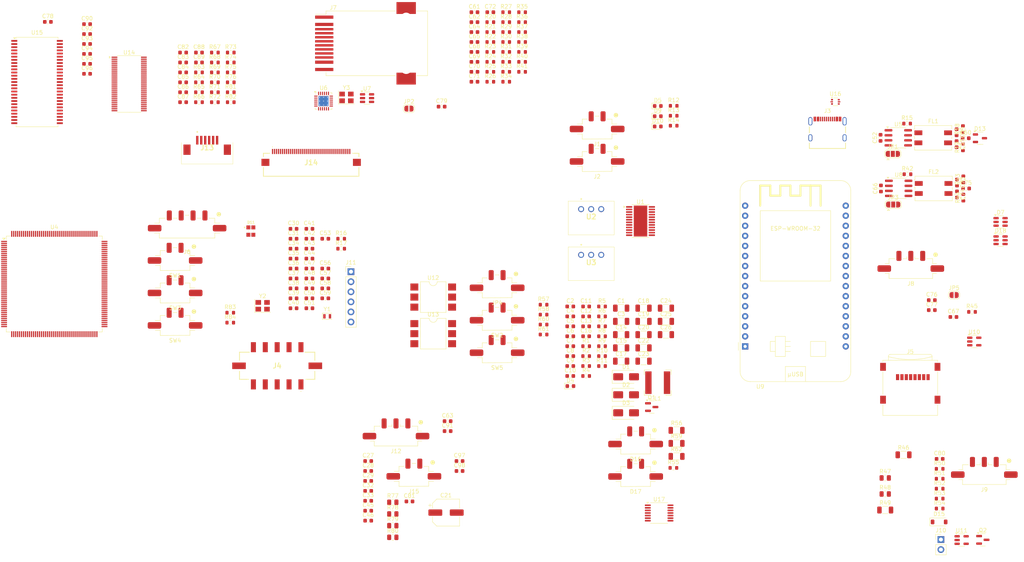
<source format=kicad_pcb>
(kicad_pcb
	(version 20240108)
	(generator "pcbnew")
	(generator_version "8.0")
	(general
		(thickness 1.6)
		(legacy_teardrops no)
	)
	(paper "A4")
	(layers
		(0 "F.Cu" signal)
		(31 "B.Cu" signal)
		(32 "B.Adhes" user "B.Adhesive")
		(33 "F.Adhes" user "F.Adhesive")
		(34 "B.Paste" user)
		(35 "F.Paste" user)
		(36 "B.SilkS" user "B.Silkscreen")
		(37 "F.SilkS" user "F.Silkscreen")
		(38 "B.Mask" user)
		(39 "F.Mask" user)
		(40 "Dwgs.User" user "User.Drawings")
		(41 "Cmts.User" user "User.Comments")
		(42 "Eco1.User" user "User.Eco1")
		(43 "Eco2.User" user "User.Eco2")
		(44 "Edge.Cuts" user)
		(45 "Margin" user)
		(46 "B.CrtYd" user "B.Courtyard")
		(47 "F.CrtYd" user "F.Courtyard")
		(48 "B.Fab" user)
		(49 "F.Fab" user)
		(50 "User.1" user)
		(51 "User.2" user)
		(52 "User.3" user)
		(53 "User.4" user)
		(54 "User.5" user)
		(55 "User.6" user)
		(56 "User.7" user)
		(57 "User.8" user)
		(58 "User.9" user)
	)
	(setup
		(pad_to_mask_clearance 0)
		(allow_soldermask_bridges_in_footprints no)
		(pcbplotparams
			(layerselection 0x00010fc_ffffffff)
			(plot_on_all_layers_selection 0x0000000_00000000)
			(disableapertmacros no)
			(usegerberextensions no)
			(usegerberattributes yes)
			(usegerberadvancedattributes yes)
			(creategerberjobfile yes)
			(dashed_line_dash_ratio 12.000000)
			(dashed_line_gap_ratio 3.000000)
			(svgprecision 4)
			(plotframeref no)
			(viasonmask no)
			(mode 1)
			(useauxorigin no)
			(hpglpennumber 1)
			(hpglpenspeed 20)
			(hpglpendiameter 15.000000)
			(pdf_front_fp_property_popups yes)
			(pdf_back_fp_property_popups yes)
			(dxfpolygonmode yes)
			(dxfimperialunits yes)
			(dxfusepcbnewfont yes)
			(psnegative no)
			(psa4output no)
			(plotreference yes)
			(plotvalue yes)
			(plotfptext yes)
			(plotinvisibletext no)
			(sketchpadsonfab no)
			(subtractmaskfromsilk no)
			(outputformat 1)
			(mirror no)
			(drillshape 1)
			(scaleselection 1)
			(outputdirectory "")
		)
	)
	(net 0 "")
	(net 1 "+3V3_FER")
	(net 2 "Earth")
	(net 3 "/Ethernet/LED_G")
	(net 4 "/Ethernet/LED_Y")
	(net 5 "GND")
	(net 6 "+3V3")
	(net 7 "+5V")
	(net 8 "/Power/3V3_Display")
	(net 9 "Net-(C5-Pad2)")
	(net 10 "Net-(U1-COMP)")
	(net 11 "Net-(U1-C1+)")
	(net 12 "Net-(U1-C1-)")
	(net 13 "Net-(U1-C2+)")
	(net 14 "Net-(U1-C2-)")
	(net 15 "/Power/3V8")
	(net 16 "Net-(D2-A)")
	(net 17 "Net-(U1-DRV)")
	(net 18 "/Power/18V")
	(net 19 "/Power/9V6")
	(net 20 "Net-(U1-FB1)")
	(net 21 "Net-(U1-REF)")
	(net 22 "/Power/-6V")
	(net 23 "Net-(U1-VCOMIN)")
	(net 24 "+24V")
	(net 25 "Net-(U3-VI)")
	(net 26 "Net-(U2-VI)")
	(net 27 "/Peripherals/V_{ref}")
	(net 28 "Net-(D1-A)")
	(net 29 "Net-(D4-A)")
	(net 30 "Net-(D15-K)")
	(net 31 "/IEC_Charging_Circuit/CP")
	(net 32 "Net-(J7-Pad2)")
	(net 33 "Net-(J7-RD-)")
	(net 34 "Net-(J7-TD-)")
	(net 35 "unconnected-(J7-NC-Pad9)")
	(net 36 "Net-(J7-RD+)")
	(net 37 "Net-(J7-TD+)")
	(net 38 "Net-(J7-Pad11)")
	(net 39 "Net-(J8-Pin_2)")
	(net 40 "/IEC_Charging_Circuit/PP")
	(net 41 "Net-(J10-Pin_1)")
	(net 42 "Net-(JP1-C)")
	(net 43 "/Core/EV_Start_Charging")
	(net 44 "Net-(JP3-C)")
	(net 45 "/Display/LCD_VGL")
	(net 46 "Net-(Q1-B)")
	(net 47 "Net-(Q2-G)")
	(net 48 "Net-(U1-FB3)")
	(net 49 "Net-(U1-FB2)")
	(net 50 "Net-(R6-Pad2)")
	(net 51 "Net-(U10-A)")
	(net 52 "/IEC_Charging_Circuit/PWM_SENSE")
	(net 53 "/Core/Charging_Point_PWM")
	(net 54 "Net-(U11--)")
	(net 55 "/Core/~{IMD_Error_LED}")
	(net 56 "Net-(R54-Pad1)")
	(net 57 "/SDRAM/D9")
	(net 58 "unconnected-(U4B-PH9-Pad86)")
	(net 59 "/SDRAM/A11")
	(net 60 "unconnected-(U4B-PD13-Pad101)")
	(net 61 "/Core/~{AMS_Error_LED}")
	(net 62 "/SDRAM/D0")
	(net 63 "unconnected-(U4B-PC13-Pad8)")
	(net 64 "unconnected-(U4B-PD4-Pad146)")
	(net 65 "/Core/PCAP_RST")
	(net 66 "/Display/B5")
	(net 67 "unconnected-(U4B-PI8-Pad7)")
	(net 68 "/SDRAM/D14")
	(net 69 "/SDRAM/D2")
	(net 70 "/SDRAM/D4")
	(net 71 "unconnected-(U4B-PH6-Pad83)")
	(net 72 "/Core/OSC_in")
	(net 73 "unconnected-(U4B-PG13-Pad156)")
	(net 74 "/Core/SWCLK")
	(net 75 "unconnected-(U4B-PG10-Pad153)")
	(net 76 "/Display/R2")
	(net 77 "/SDRAM/A3")
	(net 78 "/SDRAM/D13")
	(net 79 "unconnected-(U4B-PH15-Pad130)")
	(net 80 "/Core/LCD_Reset")
	(net 81 "/Display/R0")
	(net 82 "/SDRAM/A2")
	(net 83 "/Display/R7")
	(net 84 "/Display/B4")
	(net 85 "/Core/AMS_Reset_in")
	(net 86 "/Core/AMS_Reset_out")
	(net 87 "/Core/SDC_out")
	(net 88 "/SDRAM/A0")
	(net 89 "unconnected-(U4B-PF8-Pad26)")
	(net 90 "/SDRAM/SDNE0")
	(net 91 "/Core/SWDIO")
	(net 92 "/SDRAM/A10")
	(net 93 "unconnected-(U4B-PC10-Pad139)")
	(net 94 "/Display/G0")
	(net 95 "unconnected-(U4B-PI7-Pad176)")
	(net 96 "/SDRAM/BA0")
	(net 97 "/Ethernet/RMII_TX_EN")
	(net 98 "/Core/NRST")
	(net 99 "/SDRAM/D12")
	(net 100 "unconnected-(U4B-PH12-Pad89)")
	(net 101 "/SDRAM/NBL0")
	(net 102 "/Display/B0")
	(net 103 "unconnected-(U4B-PD3-Pad145)")
	(net 104 "/Display/G2")
	(net 105 "unconnected-(U4B-PG14-Pad157)")
	(net 106 "/Display/R1")
	(net 107 "unconnected-(U4B-PH10-Pad87)")
	(net 108 "/SDRAM/SDNWE")
	(net 109 "/Ethernet/RMII_RXD1")
	(net 110 "/SDRAM/A9")
	(net 111 "/SDRAM/D11")
	(net 112 "unconnected-(U4B-PI6-Pad175)")
	(net 113 "/Display/DE")
	(net 114 "/Display/G3")
	(net 115 "/Display/CLK")
	(net 116 "/Peripherals/USART_RX")
	(net 117 "unconnected-(U4B-PB5-Pad163)")
	(net 118 "unconnected-(U4B-PI3-Pad134)")
	(net 119 "/Peripherals/USB_OTG_VBUS")
	(net 120 "/SDRAM/A4")
	(net 121 "/Display/B3")
	(net 122 "/Peripherals/SDMMC_D0")
	(net 123 "/SDRAM/D15")
	(net 124 "/SDRAM/D3")
	(net 125 "/Display/G4")
	(net 126 "/SDRAM/A7")
	(net 127 "unconnected-(U4B-PC8-Pad117)")
	(net 128 "/SDRAM/A12")
	(net 129 "unconnected-(U4B-PI1-Pad132)")
	(net 130 "Net-(C27-Pad1)")
	(net 131 "Net-(U4F-BOOT0)")
	(net 132 "unconnected-(U4B-PD7-Pad151)")
	(net 133 "unconnected-(U4B-PC7-Pad116)")
	(net 134 "/Display/G7")
	(net 135 "/Core/LED_B")
	(net 136 "/Ethernet/RMII_MDIO")
	(net 137 "/Display/G1")
	(net 138 "/Display/R6")
	(net 139 "unconnected-(U4B-PH7-Pad84)")
	(net 140 "/SDRAM/D6")
	(net 141 "/SDRAM/A1")
	(net 142 "unconnected-(U4B-PG3-Pad107)")
	(net 143 "/SDRAM/D8")
	(net 144 "/Display/B6")
	(net 145 "/Display/R4")
	(net 146 "/Core/OSC_out")
	(net 147 "unconnected-(U4B-PA15-Pad138)")
	(net 148 "unconnected-(U4B-PF6-Pad24)")
	(net 149 "/SDRAM/A5")
	(net 150 "/Display/G6")
	(net 151 "/Peripherals/USB_OTG_DP")
	(net 152 "unconnected-(U4B-PF7-Pad25)")
	(net 153 "/Peripherals/ESP_RX")
	(net 154 "unconnected-(U4B-PF9-Pad27)")
	(net 155 "/Peripherals/USB_OTG_DM")
	(net 156 "/Display/G5")
	(net 157 "/Core/LED_G")
	(net 158 "unconnected-(U4B-PC6-Pad115)")
	(net 159 "unconnected-(U4B-PD12-Pad100)")
	(net 160 "/Display/R5")
	(net 161 "unconnected-(U4B-PE2-Pad1)")
	(net 162 "/Ethernet/RMII_TXD1")
	(net 163 "/SDRAM/D5")
	(net 164 "/Peripherals/SDMMC_CMD")
	(net 165 "/SDRAM/D1")
	(net 166 "Net-(U4A-VREF+)")
	(net 167 "/Display/B1")
	(net 168 "/Display/B7")
	(net 169 "unconnected-(U4B-PD11-Pad99)")
	(net 170 "/Ethernet/RMII_MDC")
	(net 171 "unconnected-(U4B-PE3-Pad2)")
	(net 172 "/Core/OSC32_in")
	(net 173 "/SDRAM/SDCLK")
	(net 174 "/Peripherals/USART_TX")
	(net 175 "unconnected-(U4B-PA10-Pad121)")
	(net 176 "/Core/LED_R")
	(net 177 "/SDRAM/SDCKE0")
	(net 178 "/Ethernet/RMII_RXD0")
	(net 179 "unconnected-(U4B-PC11-Pad140)")
	(net 180 "/Ethernet/RMII_CRS_DV")
	(net 181 "/Core/TRACESWO")
	(net 182 "Net-(C99-Pad1)")
	(net 183 "/Display/HSYNC")
	(net 184 "/Ethernet/RMII_TXD0")
	(net 185 "Net-(C33-Pad1)")
	(net 186 "/SDRAM/D10")
	(net 187 "/SDRAM/SDNCAS")
	(net 188 "/Display/R3")
	(net 189 "/Core/OSC32_out")
	(net 190 "/Display/VSYNC")
	(net 191 "/SDRAM/D7")
	(net 192 "unconnected-(U4B-PI0-Pad131)")
	(net 193 "unconnected-(U4B-PG9-Pad152)")
	(net 194 "/SDRAM/BA1")
	(net 195 "unconnected-(U4B-PH11-Pad88)")
	(net 196 "/SDRAM/SDNRAS")
	(net 197 "/SDRAM/A6")
	(net 198 "/SDRAM/NBL1")
	(net 199 "/Display/B2")
	(net 200 "/Ethernet/RMII_REF_CLK")
	(net 201 "/SDRAM/A8")
	(net 202 "unconnected-(U4B-PB2-Pad58)")
	(net 203 "Net-(U5-CANL)")
	(net 204 "Net-(U5-Rs)")
	(net 205 "Net-(U5-CANH)")
	(net 206 "Net-(U6-~{INT}{slash}REFCLKO)")
	(net 207 "/Ethernet/XTAL2")
	(net 208 "Net-(U6-VDDCR)")
	(net 209 "Net-(U6-RXER{slash}PHYAD0)")
	(net 210 "Net-(U6-TXD0)")
	(net 211 "Net-(U6-~{RST})")
	(net 212 "Net-(U6-RXD1{slash}MODE1)")
	(net 213 "Net-(U6-TXD1)")
	(net 214 "Net-(U6-MDIO)")
	(net 215 "Net-(U6-TXEN)")
	(net 216 "/Ethernet/XTAL1")
	(net 217 "Net-(U6-RBIAS)")
	(net 218 "Net-(U6-MDC)")
	(net 219 "Net-(U6-CRS_DV{slash}MODE2)")
	(net 220 "Net-(U6-RXD0{slash}MODE0)")
	(net 221 "Net-(U8-CANL)")
	(net 222 "Net-(U8-Rs)")
	(net 223 "Net-(U8-CANH)")
	(net 224 "/Peripherals/ESP_TX")
	(net 225 "/Peripherals/STM_CAN_TX")
	(net 226 "unconnected-(U10-NC-Pad1)")
	(net 227 "/Peripherals/STM_CAN_RX")
	(net 228 "unconnected-(U12-Pad3)")
	(net 229 "/Peripherals/SDMMC_CK")
	(net 230 "Net-(R55-Pad1)")
	(net 231 "/Peripherals/ESP_CAN_RX")
	(net 232 "/SDC_and_SCS/RSD_in")
	(net 233 "unconnected-(U13-Pad5)")
	(net 234 "Net-(R56-Pad2)")
	(net 235 "unconnected-(U13-Pad3)")
	(net 236 "/SDC_and_SCS/RSD_out")
	(net 237 "/Core/CANH")
	(net 238 "/Core/CANL")
	(net 239 "/Peripherals/ESP_CAN_TX")
	(net 240 "/Display/LCD_VGH")
	(net 241 "Net-(D5-A)")
	(net 242 "Net-(D9-A)")
	(net 243 "Net-(D10-A)")
	(net 244 "/Core/SDC_in")
	(net 245 "Net-(Q3-G)")
	(net 246 "Net-(Q4-G)")
	(net 247 "/Core/SDC_enable")
	(net 248 "Net-(R83-Pad2)")
	(net 249 "/Display/I2C_SDA")
	(net 250 "/Display/I2C_SCL")
	(net 251 "Net-(U14-~{SHTDN})")
	(net 252 "Net-(U14-CLKSEL)")
	(net 253 "/Display/LCD_SELB")
	(net 254 "Net-(R70-Pad1)")
	(net 255 "VDD")
	(net 256 "Net-(R72-Pad2)")
	(net 257 "/Display/LCD_STBYB")
	(net 258 "Net-(J1-Pin_1)")
	(net 259 "/Display/LCD_U{slash}D")
	(net 260 "/Display/LCD_L{slash}R")
	(net 261 "/Display/RXIN0-")
	(net 262 "/Display/RXCLKIN+")
	(net 263 "/Display/RXIN0+")
	(net 264 "/Display/RXIN2-")
	(net 265 "/Display/RXIN1-")
	(net 266 "/Display/RXIN2+")
	(net 267 "/Display/RXIN3+")
	(net 268 "/Display/RXIN3-")
	(net 269 "/Display/RXIN1+")
	(net 270 "/Display/RXCLKIN-")
	(net 271 "Net-(J2-Pin_1)")
	(net 272 "unconnected-(J5-CMD-Pad3)")
	(net 273 "unconnected-(U15-NC-Pad40)")
	(net 274 "unconnected-(J5-DAT0-Pad7)")
	(net 275 "Net-(U4F-PDR_ON)")
	(net 276 "/Peripherals/SDMMC_D1")
	(net 277 "/Peripherals/SDMMC_D2")
	(net 278 "/Peripherals/SDMMC_D3")
	(net 279 "unconnected-(U17-Pad13)")
	(net 280 "unconnected-(U17-Pad8)")
	(net 281 "unconnected-(U9-TX0{slash}D1-Pad18)")
	(net 282 "unconnected-(U9-D18-Pad22)")
	(net 283 "unconnected-(U9-D34-Pad12)")
	(net 284 "unconnected-(U9-D19-Pad21)")
	(net 285 "unconnected-(U9-D25-Pad8)")
	(net 286 "unconnected-(J5-DAT2-Pad1)")
	(net 287 "unconnected-(U9-D15-Pad28)")
	(net 288 "unconnected-(U9-D32-Pad10)")
	(net 289 "unconnected-(U9-RX0{slash}D3-Pad19)")
	(net 290 "unconnected-(U9-D13-Pad3)")
	(net 291 "unconnected-(U9-D12-Pad4)")
	(net 292 "unconnected-(U9-D35-Pad11)")
	(net 293 "unconnected-(U9-D2-Pad27)")
	(net 294 "unconnected-(U9-D14-Pad5)")
	(net 295 "unconnected-(U9-D39{slash}VN-Pad13)")
	(net 296 "unconnected-(J5-CLK-Pad5)")
	(net 297 "unconnected-(U9-D22-Pad17)")
	(net 298 "unconnected-(U9-D26-Pad7)")
	(net 299 "unconnected-(U9-D33-Pad9)")
	(net 300 "unconnected-(U9-EN-Pad15)")
	(net 301 "unconnected-(U9-VIN-Pad1)")
	(net 302 "unconnected-(U9-D36{slash}VP-Pad14)")
	(net 303 "unconnected-(U9-D27-Pad6)")
	(net 304 "unconnected-(U9-D23-Pad16)")
	(net 305 "/Core/SDC_Voltage")
	(net 306 "/Core/TSAL_Green")
	(net 307 "Net-(JP4-A)")
	(net 308 "Net-(J4-Pin_2)")
	(net 309 "unconnected-(J5-DAT3{slash}CD-Pad2)")
	(net 310 "unconnected-(J5-VDD-Pad4)")
	(net 311 "unconnected-(U17-Pad9)")
	(net 312 "/Core/TS_on")
	(net 313 "unconnected-(SW4-Pad2)")
	(net 314 "unconnected-(SW4-Pad1)")
	(net 315 "unconnected-(J5-VSS-Pad6)")
	(net 316 "unconnected-(J5-DAT1-Pad8)")
	(net 317 "unconnected-(J3-SBU2-PadB8)")
	(net 318 "Net-(J3-VBUS-PadA4)")
	(net 319 "unconnected-(J3-CC2-PadB5)")
	(net 320 "unconnected-(J3-D+-PadB6)")
	(net 321 "unconnected-(J3-CC1-PadA5)")
	(net 322 "unconnected-(J3-SBU1-PadA8)")
	(net 323 "unconnected-(J3-D+-PadA6)")
	(net 324 "unconnected-(J3-D--PadB7)")
	(net 325 "unconnected-(J3-D--PadA7)")
	(net 326 "/Core/PCAP_Int")
	(net 327 "unconnected-(J14-Pin_37-Pad37)")
	(net 328 "/Display/LED+")
	(net 329 "unconnected-(J14-Pin_4-Pad4)")
	(net 330 "/Display/LCD_VDD")
	(net 331 "Net-(J14-Pin_29)")
	(net 332 "unconnected-(J14-Pin_27-Pad27)")
	(net 333 "unconnected-(J14-Pin_24-Pad24)")
	(net 334 "unconnected-(J14-Pin_36-Pad36)")
	(net 335 "Net-(J14-Pin_1)")
	(net 336 "Net-(J14-Pin_35)")
	(net 337 "Net-(J14-Pin_38)")
	(net 338 "unconnected-(J14-Pin_26-Pad26)")
	(net 339 "unconnected-(J14-Pin_23-Pad23)")
	(net 340 "Net-(D7-COM-Pad2)")
	(net 341 "unconnected-(D7-TVS3-Pad4)")
	(net 342 "unconnected-(D7-TVS4-Pad6)")
	(net 343 "unconnected-(D7-TVS1-Pad1)")
	(net 344 "unconnected-(D7-TVS2-Pad3)")
	(net 345 "unconnected-(D18-TVS3-Pad4)")
	(net 346 "Net-(D18-COM-Pad2)")
	(net 347 "unconnected-(D18-TVS2-Pad3)")
	(net 348 "unconnected-(D18-TVS1-Pad1)")
	(net 349 "unconnected-(D18-TVS4-Pad6)")
	(net 350 "unconnected-(U16-VBUS-Pad5)")
	(net 351 "unconnected-(U16-I{slash}O1-Pad6)")
	(net 352 "unconnected-(U16-I{slash}O1-Pad1)")
	(net 353 "unconnected-(U16-I{slash}O2-Pad3)")
	(net 354 "unconnected-(U16-GND-Pad2)")
	(net 355 "unconnected-(U16-I{slash}O2-Pad4)")
	(net 356 "Net-(D16-A)")
	(net 357 "Net-(D16-K)")
	(net 358 "Net-(D17-K)")
	(net 359 "Net-(D17-A)")
	(net 360 "/Display/LCD_AVDD")
	(net 361 "/Display/VCOM")
	(net 362 "unconnected-(U17-Pad3)")
	(net 363 "unconnected-(U17-Pad4)")
	(net 364 "unconnected-(U17-Pad5)")
	(net 365 "unconnected-(U17-Pad6)")
	(net 366 "unconnected-(U17-Pad10)")
	(net 367 "unconnected-(U17-Pad12)")
	(net 368 "unconnected-(U17-Pad11)")
	(footprint "Capacitor_SMD:C_1206_3216Metric" (layer "F.Cu") (at 178.315 106.435))
	(footprint "Capacitor_SMD:C_0603_1608Metric" (layer "F.Cu") (at 169.475 92.615))
	(footprint "Resistor_SMD:R_0603_1608Metric" (layer "F.Cu") (at 145.285 35.83))
	(footprint "Capacitor_SMD:C_0603_1608Metric" (layer "F.Cu") (at 43.475 21.27))
	(footprint "Capacitor_SMD:C_1206_3216Metric" (layer "F.Cu") (at 189.615 93.035))
	(footprint "Capacitor_SMD:C_0603_1608Metric" (layer "F.Cu") (at 141.275 25.79))
	(footprint "Resistor_SMD:R_0805_2012Metric" (layer "F.Cu") (at 120.66 142.1))
	(footprint "Capacitor_SMD:C_0603_1608Metric" (layer "F.Cu") (at 169.475 100.145))
	(footprint "Package_TO_SOT_SMD:SOT-666" (layer "F.Cu") (at 232.4 40.9))
	(footprint "Capacitor_SMD:C_0603_1608Metric" (layer "F.Cu") (at 114.45 136.7))
	(footprint "Capacitor_SMD:C_0603_1608Metric" (layer "F.Cu") (at 67.725 28.45))
	(footprint "Resistor_SMD:R_0603_1608Metric" (layer "F.Cu") (at 149.295 30.81))
	(footprint "Charger:ESP32-WROOM-32-DevKit-30Pin" (layer "F.Cu") (at 209.615 102.71))
	(footprint "FaSTTUBe_connectors:Micro_Mate-N-Lok_2p_vertical" (layer "F.Cu") (at 172.245 47.77))
	(footprint "LED_SMD:LED_0603_1608Metric" (layer "F.Cu") (at 187.56 41.955))
	(footprint "Capacitor_SMD:CP_Elec_6.3x7.7" (layer "F.Cu") (at 134.1 144.7))
	(footprint "Capacitor_SMD:C_0603_1608Metric" (layer "F.Cu") (at 137.51 134.19))
	(footprint "Diode_SMD:D_SMA" (layer "F.Cu") (at 179.56 110.385))
	(footprint "Resistor_SMD:R_0603_1608Metric" (layer "F.Cu") (at 153.305 20.77))
	(footprint "Resistor_SMD:R_0603_1608Metric" (layer "F.Cu") (at 71.735 33.47))
	(footprint "Capacitor_SMD:C_1206_3216Metric" (layer "F.Cu") (at 178.315 96.385))
	(footprint "Resistor_SMD:R_0603_1608Metric" (layer "F.Cu") (at 173.485 95.125))
	(footprint "Resistor_SMD:R_0603_1608Metric" (layer "F.Cu") (at 75.745 30.96))
	(footprint "Capacitor_SMD:C_0603_1608Metric" (layer "F.Cu") (at 99.61 83.03))
	(footprint "Charger:173010542" (layer "F.Cu") (at 170.745 69.945))
	(footprint "FaSTTUBe_connectors:Micro_Mate-N-Lok_2p_vertical" (layer "F.Cu") (at 65.7 97.4))
	(footprint "Resistor_SMD:R_0603_1608Metric" (layer "F.Cu") (at 158.725 94.68))
	(footprint "Capacitor_SMD:C_0603_1608Metric" (layer "F.Cu") (at 265.3 50.1))
	(footprint "Resistor_SMD:R_0603_1608Metric" (layer "F.Cu") (at 264.6 52.4 90))
	(footprint "Jumper:SolderJumper-2_P1.3mm_Open_RoundedPad1.0x1.5mm" (layer "F.Cu") (at 262.37 89.73))
	(footprint "Resistor_SMD:R_0603_1608Metric" (layer "F.Cu") (at 169.475 102.655))
	(footprint "Capacitor_SMD:C_0603_1608Metric" (layer "F.Cu") (at 141.275 30.81))
	(footprint "Resistor_SMD:R_0603_1608Metric" (layer "F.Cu") (at 149.295 33.32))
	(footprint "Capacitor_SMD:C_1206_3216Metric" (layer "F.Cu") (at 183.965 103.085))
	(footprint "Resistor_SMD:R_0603_1608Metric" (layer "F.Cu") (at 264.7 60.5 90))
	(footprint "Resistor_SMD:R_0603_1608Metric" (layer "F.Cu") (at 145.285 23.28))
	(footprint "FaSTTUBe_connectors:Micro_Mate-N-Lok_2p_vertical"
		(layer "F.Cu")
		(uuid "34a4ad21-6986-43be-8bb4-ac7a18b3f653")
		(at 147 96.095)
		(property "Reference" "SW2"
			(at 0 3.81 0)
			(unlocked yes)
			(layer "F.SilkS")
			(uuid "e90ffa5b-0761-4267-a229-343aa05ab111")
			(effects
				(font
					(size 1 1)
					(thickness 0.15)
				)
			)
		)
		(property "Value" "SW_Push"
			(at 0 1 0)
			(unlocked yes)
			(layer "F.Fab")
			(uuid "8cf4d3b9-45da-4fed-89fe-cb9d524bc8fe")
			(effects
				(font
					(size 1 1)
					(thickness 0.15)
				)
			)
		)
		(property "Footprint" "FaSTTUBe_connectors:Micro_Mate-N-Lok_2p_vertical"
			(at 0 0 0)
			(layer "F.Fab")
			(hide yes)
			(uuid "f8ef1833-2ccf-4048-b789-175942ba4e6e")
			(effects
				(font
					(size 1.27 1.27)
					(thickness 0.15)
				)
			)
		)
		(property "Datasheet" ""
			(at 0 0 0)
			(layer "F.Fab")
			(hide yes)
			(uuid "9ef8b199-0ef6-4624-b08a-c73cad42c2a1")
			(effects
				(font
					(size 1.27 1.27)
					(thickness 0.15)
				)
			)
		)
		(property "Description" "Push button switch, generic, two pins"
			(at 0 0 0)
			(layer "F.Fab")
			(hide yes)
			(uuid "94fa82c5-0a54-422d-ad5e-2f047281e1a7")
			(effects
				(font
					(size 1.27 1.27)
					(thickness 0.15)
				)
			)
		)
		(path "/75c94037-2217-4879-97cf-1bc2976ef0dc/cd2fac89-1b09-4cec-8d86-da71d221cac8")
		(sheetname "SDC_and_SCS")
		(sheetfile "SDC_and_SCS.kicad_sch")
		(attr smd)
		(fp_line
			(start -3.75 -2.5)
			(end -2.5 -2.5)
			(stroke
				(width 0.12)
				(type solid)
			)
			(layer "F.SilkS")
			(uuid "8d2f3dd4-d1c8-4cc6-a09e-338978c7cb35")
		)
		(fp_line
			(start -3.75 -1.25)
			(end -5 -1.25)
			(stroke
				(width 0.12)
				(type solid)
			)
			(layer "F.SilkS")
			(uuid "f4ec3868-09d7-4c49-abf0-2e8521cf02f1")
		)
		(fp_line
			(start -3.75 -1.25)
			(end -3.75 -2.5)
			(stroke
				(width 0.12)
				(type solid)
			)
			(layer "F.SilkS")
			(uuid "d0984f4f-fa94-4a4c-85e4-cb1a2b552541")
		)
		(fp_line
			(start -3.75 1.25)
			(end -5 1.25)
			(stroke
				(width 0.12)
				(type solid)
			)
			(layer "F.SilkS")
			(uuid "7f6685d6-d531-43cd-9775-68d027f5318a")
		)
		(fp_line
			(start -3.75 1.25)
			(end -3.75 2.54)
			(stroke
				(width 0.12)
				(type solid)
			)
			(layer "F.SilkS")
			(uuid "2029fce8-fc03-47b6-83db-164b2a77a20f")
		)
		(fp_line
			(start -3.75 2.54)
			(end 3.75 2.5)
			(stroke
				(width 0.12)
				(type solid)
			)
			(layer "F.SilkS")
			(uuid "984932e2-56a6-4036-b68a-92493d3332d8")
		)
		(fp_line
			(start -0.5 -3.25)
			(end 0.5 -3.25)
			(stroke
				(width 0.12)
				(type solid)
			)
			(layer "F.SilkS")
			(uuid "f4143449-5575-4a36-a196-653f42cbb897")
		)
		(fp_line
			(start 3.75 -2.5)
			(end 2.5 -2.5)
			(stroke
				(width 0.12)
				(type solid)
			)
			(layer "F.SilkS")
			(uuid "84758a8a-a3ed-4e1c-9a52-0bbeefc07ce9")
		)
		(fp_line
			(start 3.75 
... [1102289 chars truncated]
</source>
